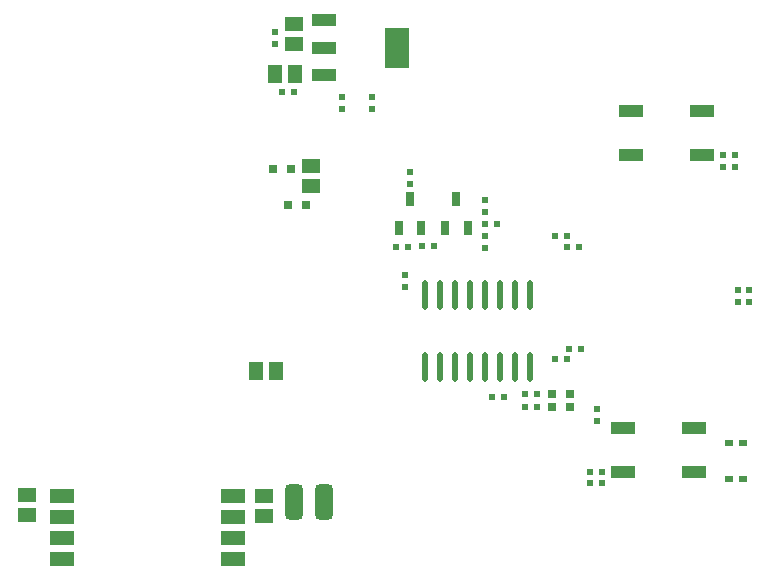
<source format=gtp>
G04*
G04 #@! TF.GenerationSoftware,Altium Limited,Altium Designer,24.3.1 (35)*
G04*
G04 Layer_Color=8421504*
%FSLAX44Y44*%
%MOMM*%
G71*
G04*
G04 #@! TF.SameCoordinates,F933E494-0B61-492B-8715-CC6E50B89988*
G04*
G04*
G04 #@! TF.FilePolarity,Positive*
G04*
G01*
G75*
%ADD18R,2.0000X1.0000*%
%ADD19R,0.5000X0.6000*%
%ADD20R,2.1500X3.5000*%
%ADD21R,2.1500X1.1000*%
%ADD22R,2.1500X1.1000*%
%ADD23R,1.5000X1.3000*%
%ADD24R,1.3000X1.5000*%
%ADD25R,0.6000X0.5000*%
%ADD26R,0.7620X0.7620*%
%ADD27R,0.8000X1.2000*%
%ADD28O,0.5500X2.5000*%
%ADD29R,0.6350X0.5080*%
G04:AMPARAMS|DCode=30|XSize=3mm|YSize=1.524mm|CornerRadius=0.381mm|HoleSize=0mm|Usage=FLASHONLY|Rotation=90.000|XOffset=0mm|YOffset=0mm|HoleType=Round|Shape=RoundedRectangle|*
%AMROUNDEDRECTD30*
21,1,3.0000,0.7620,0,0,90.0*
21,1,2.2380,1.5240,0,0,90.0*
1,1,0.7620,0.3810,1.1190*
1,1,0.7620,0.3810,-1.1190*
1,1,0.7620,-0.3810,-1.1190*
1,1,0.7620,-0.3810,1.1190*
%
%ADD30ROUNDEDRECTD30*%
%ADD31R,2.0320X1.2700*%
D18*
X607060Y332740D02*
D03*
Y369740D02*
D03*
X547060D02*
D03*
Y332740D02*
D03*
X599750Y64770D02*
D03*
Y101770D02*
D03*
X539750D02*
D03*
Y64770D02*
D03*
D19*
X327660Y372110D02*
D03*
Y382110D02*
D03*
X302260Y372110D02*
D03*
Y382110D02*
D03*
X245110Y436800D02*
D03*
Y426800D02*
D03*
X646430Y208360D02*
D03*
Y218360D02*
D03*
X637540Y218360D02*
D03*
Y208360D02*
D03*
X359410Y308610D02*
D03*
Y318610D02*
D03*
X355600Y231060D02*
D03*
Y221060D02*
D03*
X422910Y294640D02*
D03*
Y284640D02*
D03*
Y254160D02*
D03*
Y264160D02*
D03*
X521970Y64770D02*
D03*
Y54770D02*
D03*
X511810D02*
D03*
Y64770D02*
D03*
X518160Y117950D02*
D03*
Y107950D02*
D03*
D20*
X348500Y423840D02*
D03*
D21*
X286500Y400840D02*
D03*
Y446840D02*
D03*
D22*
Y423840D02*
D03*
D23*
X261620Y444110D02*
D03*
Y427110D02*
D03*
X275590Y323460D02*
D03*
Y306460D02*
D03*
X236220Y27060D02*
D03*
Y44060D02*
D03*
X35560Y45330D02*
D03*
Y28330D02*
D03*
D24*
X245500Y401320D02*
D03*
X262500D02*
D03*
X245990Y149860D02*
D03*
X228990D02*
D03*
D25*
X251540Y386080D02*
D03*
X261540D02*
D03*
X634920Y332740D02*
D03*
X624920D02*
D03*
X624920Y322580D02*
D03*
X634920D02*
D03*
X370028Y255632D02*
D03*
X380028D02*
D03*
X358140Y255270D02*
D03*
X348140D02*
D03*
X422910Y274320D02*
D03*
X432910D02*
D03*
X482680Y264160D02*
D03*
X492680D02*
D03*
X492840Y255270D02*
D03*
X502840D02*
D03*
X494110Y168910D02*
D03*
X504110D02*
D03*
X482680Y160020D02*
D03*
X492680D02*
D03*
X457360Y130810D02*
D03*
X467360D02*
D03*
X457360Y119380D02*
D03*
X467360D02*
D03*
X429340Y128270D02*
D03*
X439340D02*
D03*
D26*
X259080Y321310D02*
D03*
X243840D02*
D03*
X271780Y290830D02*
D03*
X256540D02*
D03*
X495460Y130810D02*
D03*
X480220D02*
D03*
X495300Y119380D02*
D03*
X480060D02*
D03*
D27*
X350400Y271244D02*
D03*
X369400D02*
D03*
X359900Y295244D02*
D03*
X389480Y271244D02*
D03*
X408480D02*
D03*
X398980Y295244D02*
D03*
D28*
X461010Y214750D02*
D03*
X448310D02*
D03*
X435610D02*
D03*
X422910D02*
D03*
X410210D02*
D03*
X397510D02*
D03*
X384810D02*
D03*
X372110D02*
D03*
X461010Y153804D02*
D03*
X448310D02*
D03*
X435610D02*
D03*
X422910D02*
D03*
X410210D02*
D03*
X397510D02*
D03*
X384810D02*
D03*
X372110D02*
D03*
D29*
X629920Y88900D02*
D03*
X641920D02*
D03*
X629920Y58420D02*
D03*
X641920D02*
D03*
D30*
X287020Y39370D02*
D03*
X261620D02*
D03*
D31*
X209550Y8890D02*
D03*
Y-8890D02*
D03*
Y26670D02*
D03*
Y44450D02*
D03*
X64770Y8890D02*
D03*
Y44450D02*
D03*
Y26670D02*
D03*
Y-8890D02*
D03*
M02*

</source>
